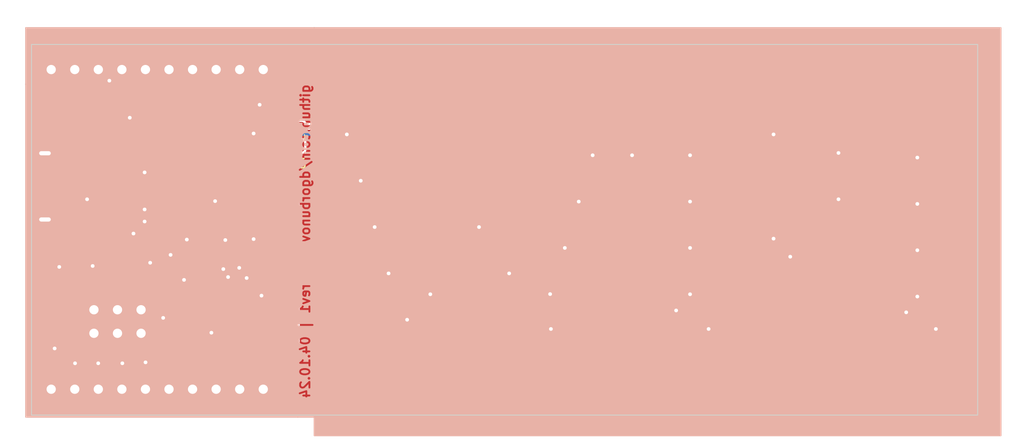
<source format=kicad_pcb>
(kicad_pcb (version 20240108) (generator "pcbnew") (generator_version "8.0")
  (title_block (title "Essentials of PCB Design Sample Board"))
  (layers (0 "F.Cu" signal) (31 "B.Cu" signal) (34 "B.Paste" user) (35 "F.Paste" user) (36 "B.SilkS" user "B.Silkscreen") (37 "F.SilkS" user "F.Silkscreen") (38 "B.Mask" user) (39 "F.Mask" user) (44 "Edge.Cuts" user))
  (net 0 "")
  (net 1 "+5V")
  (net 2 "GND")
  (net 3 "Net-(U1-XTAL1)")
  (net 4 "Net-(U1-XTAL2)")
  (net 5 "Net-(U1-UCAP)")
  (net 6 "/TXLED")
  (net 7 "Net-(D1-A)")
  (net 8 "/RXLED")
  (net 9 "Net-(D2-A)")
  (net 10 "Net-(D3-DOUT)")
  (net 11 "Net-(D3-DIN)")
  (net 12 "Net-(D4-DOUT)")
  (net 13 "Net-(D5-DOUT)")
  (net 14 "Net-(D6-DOUT)")
  (net 15 "Net-(D7-DOUT)")
  (net 16 "/MISO")
  (net 17 "/SCK")
  (net 18 "/MOSI")
  (net 19 "/RESET")
  (net 20 "Net-(J4-VBUS)")
  (net 21 "/U_D-")
  (net 22 "/U_D+")
  (net 25 "/D+")
  (net 26 "/D-")
  (net 27 "/LED_DIN")
  (net 28 "Net-(D8-DOUT)")
  (net 29 "/D9_DOUT")
  (net 30 "Net-(D10-DOUT)")
  (net 31 "Net-(D11-DOUT)")
  (net 32 "Net-(D12-DOUT)")
  (net 33 "Net-(D13-DOUT)")
  (net 34 "Net-(D14-DOUT)")
  (net 35 "Net-(D15-DOUT)")
  (net 36 "/D16_DOUT")
  (net 37 "/AREF")
  (net 38 "/A0")
  (net 39 "/A1")
  (net 40 "/A2")
  (net 41 "/A3")
  (net 42 "/A4")
  (net 43 "/A5")
  (net 45 "/D13")
  (net 46 "/D3")
  (net 47 "/D2")
  (net 48 "/D0")
  (net 49 "/D1")
  (net 50 "/D4")
  (net 51 "/D11")
  (net 53 "/D8")
  (net 54 "/D9")
  (net 55 "Net-(D17-DOUT)")
  (net 56 "Net-(D18-DOUT)")
  (net 57 "Net-(D19-DOUT)")
  (net 58 "Net-(D20-DOUT)")
  (net 59 "Net-(D21-DOUT)")
  (net 60 "Net-(D22-DOUT)")
  (net 61 "/D23_DOUT")
  (net 62 "Net-(D24-DOUT)")
  (net 63 "Net-(D25-DOUT)")
  (net 64 "Net-(D26-DOUT)")
  (net 65 "Net-(D27-DOUT)")
  (net 66 "Net-(D28-DOUT)")
  (net 69 "/D10")
  (footprint "LOGO" (layer "F.Cu") (at 125.95 162)
    (property "Reference" "G***" (hide yes))
    (property "Value" "LOGO" (hide yes))
  )
  (footprint "LED_SMD:LED_SK6812MINI_PLCC4_3.5x3.5mm_P1.75mm" (layer "F.Cu") (at 145.5 140.125 180)
    (property "Reference" "D28")
    (property "Value" "SK6812MINI")
  )
  (footprint "LED_SMD:LED_0805_2012Metric_Pad1.15x1.40mm_HandSolder" (layer "F.Cu") (at 52.07 150.9)
    (property "Reference" "D2")
    (property "Value" "RX")
  )
  (footprint "LED_SMD:LED_SK6812MINI_PLCC4_3.5x3.5mm_P1.75mm" (layer "F.Cu") (at 121 145 180)
    (property "Reference" "D18")
    (property "Value" "SK6812MINI")
  )
  (footprint "LED_SMD:LED_SK6812MINI_PLCC4_3.5x3.5mm_P1.75mm" (layer "F.Cu") (at 86.5 150 180)
    (property "Reference" "D6")
    (property "Value" "SK6812MINI")
  )
  (footprint "LED_SMD:LED_SK6812MINI_PLCC4_3.5x3.5mm_P1.75mm" (layer "F.Cu") (at 110.5 135 180)
    (property "Reference" "D15")
    (property "Value" "SK6812MINI")
  )
  (footprint "Capacitor_SMD:C_0805_2012Metric_Pad1.18x1.45mm_HandSolder" (layer "F.Cu") (at 69.342 157.099 -90)
    (property "Reference" "C3")
    (property "Value" "22pF")
  )
  (footprint "LED_SMD:LED_SK6812MINI_PLCC4_3.5x3.5mm_P1.75mm" (layer "F.Cu") (at 135 142 180)
    (property "Reference" "D23")
    (property "Value" "SK6812MINI")
  )
  (footprint "Connector_PinHeader_2.54mm:PinHeader_2x03_P2.54mm_Vertical" (layer "F.Cu") (at 59.817 153.924 -90)
    (property "Reference" "J3")
    (property "Value" "ICSP")
  )
  (footprint "Jumper:SolderJumper-2_P1.3mm_Open_TrianglePad1.0x1.5mm" (layer "F.Cu") (at 57.06 136.652)
    (property "Reference" "JP1")
    (property "Value" "Jumper_2_Open" (hide yes))
  )
  (footprint "LED_SMD:LED_SK6812MINI_PLCC4_3.5x3.5mm_P1.75mm" (layer "F.Cu") (at 128 135 180)
    (property "Reference" "D21")
    (property "Value" "SK6812MINI")
  )
  (footprint "Crystal:Crystal_SMD_5032-2Pin_5.0x3.2mm" (layer "F.Cu") (at 67.564 152.781 180)
    (property "Reference" "Y1")
    (property "Value" "16MHz")
  )
  (footprint "LED_SMD:LED_SK6812MINI_PLCC4_3.5x3.5mm_P1.75mm" (layer "F.Cu") (at 83.5 140 180)
    (property "Reference" "D4")
    (property "Value" "SK6812MINI")
  )
  (footprint "LED_SMD:LED_SK6812MINI_PLCC4_3.5x3.5mm_P1.75mm" (layer "F.Cu") (at 104 155 180)
    (property "Reference" "D11")
    (property "Value" "SK6812MINI")
  )
  (footprint "Connector_PinHeader_2.54mm:PinHeader_1x10_P2.54mm_Vertical" (layer "F.Cu") (at 50.13 128 90)
    (property "Reference" "J1")
    (property "Value" "Conn_01x10")
  )
  (footprint "LOGO" (layer "F.Cu") (at 142.15 161.8)
    (property "Reference" "G***" (hide yes))
    (property "Value" "LOGO" (hide yes))
  )
  (footprint "Capacitor_SMD:C_0805_2012Metric_Pad1.18x1.45mm_HandSolder" (layer "F.Cu") (at 65.532 157.099 -90)
    (property "Reference" "C4")
    (property "Value" "22pF")
  )
  (footprint "Capacitor_SMD:C_0805_2012Metric_Pad1.18x1.45mm_HandSolder" (layer "F.Cu") (at 57.15 143.1 180)
    (property "Reference" "C6")
    (property "Value" "1uF")
  )
  (footprint "Connector_PinHeader_2.54mm:PinHeader_1x10_P2.54mm_Vertical" (layer "F.Cu") (at 50.13 162.5 90)
    (property "Reference" "J2")
    (property "Value" "Conn_01x10")
  )
  (footprint "Resistor_SMD:R_0805_2012Metric_Pad1.20x1.40mm_HandSolder" (layer "F.Cu") (at 62.15 150.75)
    (property "Reference" "R5")
    (property "Value" "10k")
  )
  (footprint "Connector_USB:USB_Micro-B_GCT_USB3076-30-A" (layer "F.Cu") (at 50.659 140.607 -90)
    (property "Reference" "J4")
    (property "Value" "USB_B_Micro")
  )
  (footprint "LED_SMD:LED_SK6812MINI_PLCC4_3.5x3.5mm_P1.75mm" (layer "F.Cu") (at 121 135 180)
    (property "Reference" "D20")
    (property "Value" "SK6812MINI")
  )
  (footprint "Capacitor_SMD:CP_Elec_5x5.3" (layer "F.Cu") (at 52 132.8 180)
    (property "Reference" "C1")
    (property "Value" "100uF")
  )
  (footprint "LED_SMD:LED_SK6812MINI_PLCC4_3.5x3.5mm_P1.75mm" (layer "F.Cu") (at 109 140 180)
    (property "Reference" "D14")
    (property "Value" "SK6812MINI")
  )
  (footprint "Resistor_SMD:R_0805_2012Metric_Pad1.20x1.40mm_HandSolder" (layer "F.Cu") (at 76.7 135.25 90)
    (property "Reference" "R6")
    (property "Value" "470")
  )
  (footprint "LED_SMD:LED_SK6812MINI_PLCC4_3.5x3.5mm_P1.75mm" (layer "F.Cu") (at 121 150 180)
    (property "Reference" "D17")
    (property "Value" "SK6812MINI")
  )
  (footprint "Resistor_SMD:R_0805_2012Metric_Pad1.20x1.40mm_HandSolder" (layer "F.Cu") (at 57.15 141.165 180)
    (property "Reference" "R3")
    (property "Value" "22")
  )
  (footprint "Capacitor_SMD:C_0805_2012Metric_Pad1.18x1.45mm_HandSolder" (layer "F.Cu") (at 62.75 134 180)
    (property "Reference" "C2")
    (property "Value" "1uF")
  )
  (footprint "LED_SMD:LED_SK6812MINI_PLCC4_3.5x3.5mm_P1.75mm" (layer "F.Cu") (at 88.5 155 180)
    (property "Reference" "D7")
    (property "Value" "SK6812MINI")
  )
  (footprint "LED_SMD:LED_SK6812MINI_PLCC4_3.5x3.5mm_P1.75mm" (layer "F.Cu") (at 128 146.125 180)
    (property "Reference" "D24")
    (property "Value" "SK6812MINI")
  )
  (footprint "Resistor_SMD:R_0805_2012Metric_Pad1.20x1.40mm_HandSolder" (layer "F.Cu") (at 56.007 150.9)
    (property "Reference" "R2")
    (property "Value" "100")
  )
  (footprint "LED_SMD:LED_SK6812MINI_PLCC4_3.5x3.5mm_P1.75mm" (layer "F.Cu") (at 135 137 180)
    (property "Reference" "D22")
    (property "Value" "SK6812MINI")
  )
  (footprint "LED_SMD:LED_SK6812MINI_PLCC4_3.5x3.5mm_P1.75mm" (layer "F.Cu") (at 96.25 145 180)
    (property "Reference" "D9")
    (property "Value" "SK6812MINI")
  )
  (footprint "LED_SMD:LED_SK6812MINI_PLCC4_3.5x3.5mm_P1.75mm" (layer "F.Cu") (at 121 155 180)
    (property "Reference" "D16")
    (property "Value" "SK6812MINI")
  )
  (footprint "LED_SMD:LED_SK6812MINI_PLCC4_3.5x3.5mm_P1.75mm" (layer "F.Cu") (at 145.5 150.125 180)
    (property "Reference" "D26")
    (property "Value" "SK6812MINI")
  )
  (footprint "LED_SMD:LED_SK6812MINI_PLCC4_3.5x3.5mm_P1.75mm" (layer "F.Cu") (at 145.5 135.125 180)
    (property "Reference" "D29")
    (property "Value" "SK6812MINI")
  )
  (footprint "LED_SMD:LED_SK6812MINI_PLCC4_3.5x3.5mm_P1.75mm" (layer "F.Cu") (at 93 150 180)
    (property "Reference" "D8")
    (property "Value" "SK6812MINI")
  )
  (footprint "Resistor_SMD:R_0805_2012Metric_Pad1.20x1.40mm_HandSolder" (layer "F.Cu") (at 57.15 139.26 180)
    (property "Reference" "R4")
    (property "Value" "22")
  )
  (footprint "LED_SMD:LED_SK6812MINI_PLCC4_3.5x3.5mm_P1.75mm" (layer "F.Cu") (at 106 150 180)
    (property "Reference" "D12")
    (property "Value" "SK6812MINI")
  )
  (footprint "Capacitor_SMD:C_0805_2012Metric_Pad1.18x1.45mm_HandSolder" (layer "F.Cu") (at 62.75 131.75 180)
    (property "Reference" "C5")
    (property "Value" "0.1uF")
  )
  (footprint "LED_SMD:LED_SK6812MINI_PLCC4_3.5x3.5mm_P1.75mm" (layer "F.Cu") (at 82 135 180)
    (property "Reference" "D3")
    (property "Value" "SK6812MINI")
  )
  (footprint "LED_SMD:LED_SK6812MINI_PLCC4_3.5x3.5mm_P1.75mm" (layer "F.Cu") (at 99.5 150 180)
    (property "Reference" "D10")
    (property "Value" "SK6812MINI")
  )
  (footprint "Resistor_SMD:R_0805_2012Metric_Pad1.20x1.40mm_HandSolder" (layer "F.Cu") (at 56 147.6)
    (property "Reference" "R1")
    (property "Value" "100")
  )
  (footprint "Package_QFP:TQFP-44_10x10mm_P0.8mm" (layer "F.Cu") (at 67.96 142.24)
    (property "Reference" "U1")
    (property "Value" "ATmega32U4-A")
  )
  (footprint "LED_SMD:LED_SK6812MINI_PLCC4_3.5x3.5mm_P1.75mm" (layer "F.Cu") (at 85 145 180)
    (property "Reference" "D5")
    (property "Value" "SK6812MINI")
  )
  (footprint "LED_SMD:LED_0805_2012Metric_Pad1.15x1.40mm_HandSolder" (layer "F.Cu") (at 52.1 147.6)
    (property "Reference" "D1")
    (property "Value" "TX")
  )
  (footprint "LED_SMD:LED_SK6812MINI_PLCC4_3.5x3.5mm_P1.75mm" (layer "F.Cu") (at 107.5 145 180)
    (property "Reference" "D13")
    (property "Value" "SK6812MINI")
  )
  (footprint "LED_SMD:LED_SK6812MINI_PLCC4_3.5x3.5mm_P1.75mm" (layer "F.Cu") (at 145.5 145.125 180)
    (property "Reference" "D27")
    (property "Value" "SK6812MINI")
  )
  (footprint "LED_SMD:LED_SK6812MINI_PLCC4_3.5x3.5mm_P1.75mm" (layer "F.Cu") (at 121 140 180)
    (property "Reference" "D19")
    (property "Value" "SK6812MINI")
  )
  (footprint "LED_SMD:LED_SK6812MINI_PLCC4_3.5x3.5mm_P1.75mm" (layer "F.Cu") (at 145.5 155.125 180)
    (property "Reference" "D25")
    (property "Value" "SK6812MINI")
  )
  (gr_rect (start 76.6 146.6) (end 78.5 151.2) (stroke (width 0.15)) (fill solid) (layer "B.SilkS"))
  (gr_rect (start 47.4 129.6) (end 76.7 165.5) (stroke (width 0.15)) (fill solid) (layer "B.SilkS"))
  (gr_rect (start 47.4 123.5) (end 78.5 129.6) (stroke (width 0.15)) (fill solid) (layer "B.SilkS"))
  (gr_rect (start 78.5 123.5) (end 152.5 167.5) (stroke (width 0.15)) (fill solid) (layer "B.SilkS"))
  (gr_rect (start 76.7 163.45) (end 78.5 165.5) (stroke (width 0.15)) (fill solid) (layer "B.SilkS"))
  (gr_rect (start 48.006 125.292) (end 150.006 165.292) (stroke (width 0.1)) (fill none) (layer "Edge.Cuts"))
  (gr_text "rev1 | 04.10.24" (at 78.1 151 90) (layer "B.SilkS" knockout) (effects (font (size 1 1) (thickness 0.2) (bold yes)) (justify left bottom mirror)))
  (gr_text "github.com/dgorbunov" (at 78.1 129.5 90) (layer "B.SilkS" knockout) (effects (font (size 1 1) (thickness 0.2) (bold yes)) (justify left bottom mirror)))
  (gr_text "." (at 59.45 152.25 0) (layer "F.SilkS") (effects (font (size 1.5 1.5) (thickness 0.375) (bold yes)) (justify left bottom)))
  (gr_text "8" (at 67.5 165.25 0) (layer "F.SilkS") (effects (font (size 0.9 0.9)) (justify left bottom)))
  (gr_text "1" (at 57.4 165.25 0) (layer "F.SilkS") (effects (font (size 0.9 0.9)) (justify left bottom)))
  (gr_text "13" (at 72.15 126.6 0) (layer "F.SilkS") (effects (font (size 0.9 0.9)) (justify left bottom)))
  (gr_text "ICSP" (at 49.9 155.9 0) (layer "F.SilkS") (effects (font (size 1 1)) (justify left bottom)))
  (gr_text "A3" (at 62 126.6 0) (layer "F.SilkS") (effects (font (size 0.9 0.9)) (justify left bottom)))
  (gr_text "A2" (at 64.6 126.6 0) (layer "F.SilkS") (effects (font (size 0.9 0.9)) (justify left bottom)))
  (gr_text "9" (at 70 165.25 0) (layer "F.SilkS") (effects (font (size 0.9 0.9)) (justify left bottom)))
  (gr_text "A5" (at 56.95 126.6 0) (layer "F.SilkS") (effects (font (size 0.9 0.9)) (justify left bottom)))
  (gr_text "JLCJLCJLCJLC" (at 122.65 164.65 0) (layer "F.SilkS") (effects (font (size 0.8 0.8)) (justify left bottom)))
  (gr_text "AR" (at 51.9 126.6 0) (layer "F.SilkS") (effects (font (size 0.9 0.9)) (justify left bottom)))
  (gr_text "3" (at 52.2 165.25 0) (layer "F.SilkS") (effects (font (size 0.9 0.9)) (justify left bottom)))
  (gr_text "4" (at 64.9 165.25 0) (layer "F.SilkS") (effects (font (size 0.9 0.9)) (justify left bottom)))
  (gr_text "5V" (at 49.2 126.6 0) (layer "F.SilkS") (effects (font (size 0.9 0.9)) (justify left bottom)))
  (gr_text "A0" (at 69.7 126.6 0) (layer "F.SilkS") (effects (font (size 0.9 0.9)) (justify left bottom)))
  (gr_text "G" (at 54.75 126.6 0) (layer "F.SilkS") (effects (font (size 0.9 0.9)) (justify left bottom)))
  (gr_text "A4" (at 59.45 126.6 0) (layer "F.SilkS") (effects (font (size 0.9 0.9)) (justify left bottom)))
  (gr_text "A1" (at 67.2 126.6 0) (layer "F.SilkS") (effects (font (size 0.9 0.9)) (justify left bottom)))
  (gr_text "G" (at 49.6 165.25 0) (layer "F.SilkS") (effects (font (size 0.9 0.9)) (justify left bottom)))
  (gr_text "10" (at 72.2 165.25 0) (layer "F.SilkS") (effects (font (size 0.9 0.9)) (justify left bottom)))
  (gr_text "RX" (at 48.1 151.5 0) (layer "F.SilkS") (effects (font (size 1 1)) (justify left bottom)))
  (gr_text "TX" (at 48.3 148.6 0) (layer "F.SilkS") (effects (font (size 1 1)) (justify left bottom)))
  (gr_text "0" (at 59.9 165.25 0) (layer "F.SilkS") (effects (font (size 0.9 0.9)) (justify left bottom)))
  (gr_text "2" (at 54.8 165.25 0) (layer "F.SilkS") (effects (font (size 0.9 0.9)) (justify left bottom)))
  (gr_text "11" (at 62.05 165.25 0) (layer "F.SilkS") (effects (font (size 0.9 0.9)) (justify left bottom)))
  (segment (start 105.75 145.875) (end 105.75 147) (width 0.25) (layer "F.Cu") (net 1))
  (segment (start 62.55 149.35) (end 65.175 149.35) (width 0.4) (layer "F.Cu") (net 1))
  (segment (start 107.25 142) (end 107 142.25) (width 0.25) (layer "F.Cu") (net 1))
  (segment (start 62.8875 135.7875) (end 63.64 136.54) (width 0.4) (layer "F.Cu") (net 1))
  (segment (start 133.25 137.875) (end 134.125 137.875) (width 0.25) (layer "F.Cu") (net 1))
  (segment (start 143.75 156) (end 145.5 156) (width 0.25) (layer "F.Cu") (net 1))
  (segment (start 91.25 152) (end 91 152.25) (width 0.25) (layer "F.Cu") (net 1))
  (segment (start 60.1 143.1) (end 57 146.2) (width 0.4) (layer "F.Cu") (net 1))
  (segment (start 63.7875 134.9125) (end 63.7875 134) (width 0.4) (layer "F.Cu") (net 1))
  (segment (start 62.8875 135.7875) (end 62.9125 135.7875) (width 0.4) (layer "F.Cu") (net 1))
  (segment (start 82 135) (end 81.125 135) (width 0.25) (layer "F.Cu") (net 1))
  (segment (start 60.2 139.067) (end 60.2 139.1) (width 0.4) (layer "F.Cu") (net 1))
  (segment (start 104.25 151.897483) (end 104.25 150.875) (width 0.25) (layer "F.Cu") (net 1))
  (segment (start 57.785 136.085) (end 54.2 132.5) (width 0.5) (layer "F.Cu") (net 1))
  (segment (start 87.625 155) (end 88.5 155) (width 0.25) (layer "F.Cu") (net 1))
  (segment (start 61.15 150.75) (end 62.55 149.35) (width 0.4) (layer "F.Cu") (net 1))
  (segment (start 65.56 146.79) (end 66.075 146.275) (width 0.4) (layer "F.Cu") (net 1))
  (segment (start 63.64 136.54) (end 63.96 136.54) (width 0.4) (layer "F.Cu") (net 1))
  (segment (start 66.91 145.44) (end 73.66 145.44) (width 0.4) (layer "F.Cu") (net 1))
  (segment (start 119.25 140.875) (end 119.25 142) (width 0.25) (layer "F.Cu") (net 1))
  (segment (start 62.22 143) (end 62.26 143.04) (width 0.4) (layer "F.Cu") (net 1))
  (segment (start 57 150.742) (end 57.007 150.749) (width 0.4) (layer "F.Cu") (net 1))
  (segment (start 143.75 147.25) (end 143.5 147.5) (width 0.25) (layer "F.Cu") (net 1))
  (segment (start 143.75 137.25) (end 143.5 137.5) (width 0.25) (layer "F.Cu") (net 1))
  (segment (start 62.9125 135.7875) (end 63.7875 134.9125) (width 0.4) (layer "F.Cu") (net 1))
  (segment (start 98.625 150) (end 99.5 150) (width 0.25) (layer "F.Cu") (net 1))
  (segment (start 134.125 142.875) (end 135 142) (width 0.25) (layer "F.Cu") (net 1))
  (segment (start 63.41 143.04) (end 66.075 145.705) (width 0.4) (layer "F.Cu") (net 1))
  (segment (start 97.75 150.875) (end 98.625 150) (width 0.25) (layer "F.Cu") (net 1))
  (segment (start 82.625 140) (end 81.75 140.875) (width 0.25) (layer "F.Cu") (net 1))
  (segment (start 143.75 146) (end 143.75 147.25) (width 0.25) (layer "F.Cu") (net 1))
  (segment (start 119.25 137) (end 119 137.25) (width 0.25) (layer "F.Cu") (net 1))
  (segment (start 65.56 147.94) (end 65.56 146.79) (width 0.4) (layer "F.Cu") (net 1))
  (segment (start 119.25 145.875) (end 119.25 147) (width 0.25) (layer "F.Cu") (net 1))
  (segment (start 60.2 138.475) (end 62.8875 135.7875) (width 0.4) (layer "F.Cu") (net 1))
  (segment (start 62.26 139.04) (end 60.24 139.04) (width 0.4) (layer "F.Cu") (net 1))
  (segment (start 108.75 135.875) (end 108.75 137) (width 0.25) (layer "F.Cu") (net 1))
  (segment (start 66.075 146.275) (end 66.91 145.44) (width 0.4) (layer "F.Cu") (net 1))
  (segment (start 143.75 142.25) (end 143.5 142.5) (width 0.25) (layer "F.Cu") (net 1))
  (segment (start 119.25 147) (end 119 147.25) (width 0.25) (layer "F.Cu") (net 1))
  (segment (start 60.2 139.1) (end 60.233 139.1) (width 0.4) (layer "F.Cu") (net 1))
  (segment (start 71.96 136.54) (end 71.867 136.54) (width 0.4) (layer "F.Cu") (net 1))
  (segment (start 103.875 155.875) (end 102.25 155.875) (width 0.25) (layer "F.Cu") (net 1))
  (segment (start 143.75 141) (end 143.75 142.25) (width 0.25) (layer "F.Cu") (net 1))
  (segment (start 85.75 150) (end 86.5 150) (width 0.25) (layer "F.Cu") (net 1))
  (segment (start 94.5 145.875) (end 95.375 145) (width 0.25) (layer "F.Cu") (net 1))
  (segment (start 119.25 152) (end 119 152.25) (width 0.25) (layer "F.Cu") (net 1))
  (segment (start 61.15 155.131) (end 59.817 156.464) (width 0.4) (layer "F.Cu") (net 1))
  (segment (start 103.914569 152.232914) (end 104.25 151.897483) (width 0.25) (layer "F.Cu") (net 1))
  (segment (start 84.125 145) (end 85 145) (width 0.25) (layer "F.Cu") (net 1))
  (segment (start 54.2 132.5) (end 50.13 128.43) (width 0.5) (layer "F.Cu") (net 1))
  (segment (start 120.875 155.875) (end 121 156) (width 0.25) (layer "F.Cu") (net 1))
  (segment (start 81.125 135) (end 80.25 135.875) (width 0.25) (layer "F.Cu") (net 1))
  (segment (start 60.24 139.04) (end 60.2 139) (width 0.4) (layer "F.Cu") (net 1))
  (segment (start 50.13 128.43) (end 50.13 127.5) (width 0.5) (layer "F.Cu") (net 1))
  (segment (start 126.25 135.875) (end 127.125 135.875) (width 0.25) (layer "F.Cu") (net 1))
  (segment (start 63.7875 134) (end 63.96 134.1725) (width 0.25) (layer "F.Cu") (net 1))
  (segment (start 60.2 143) (end 60.2 143) (width 0.4) (layer "F.Cu") (net 1))
  (segment (start 126.25 147) (end 127.25 147) (width 0.25) (layer "F.Cu") (net 1))
  (segment (start 108.75 137) (end 108.5 137.25) (width 0.25) (layer "F.Cu") (net 1))
  (segment (start 61.15 150.75) (end 61.15 155.131) (width 0.4) (layer "F.Cu") (net 1))
  (segment (start 57.785 136.652) (end 60.2 139.067) (width 0.5) (layer "F.Cu") (net 1))
  (segment (start 84.75 150.875) (end 84.875 150.875) (width 0.25) (layer "F.Cu") (net 1))
  (segment (start 65.56 148.965) (end 65.56 147.94) (width 0.4) (layer "F.Cu") (net 1))
  (segment (start 107.25 140.875) (end 107.25 142) (width 0.25) (layer "F.Cu") (net 1))
  (segment (start 119.25 135.875) (end 119.25 137) (width 0.25) (layer "F.Cu") (net 1))
  (segment (start 105.75 147) (end 105.5 147.25) (width 0.25) (layer "F.Cu") (net 1))
  (segment (start 57 147.9) (end 57 150.742) (width 0.4) (layer "F.Cu") (net 1))
  (segment (start 60.233 139.1) (end 60.173 139.04) (width 0.4) (layer "F.Cu") (net 1))
  (segment (start 57 146.2) (end 57 147.9) (width 0.4) (layer "F.Cu") (net 1))
  (segment (start 83.25 145.875) (end 84.125 145) (width 0.25) (layer "F.Cu") (net 1))
  (segment (start 60.2 143) (end 62.22 143) (width 0.4) (layer "F.Cu") (net 1))
  (segment (start 133.25 142.875) (end 134.125 142.875) (width 0.25) (layer "F.Cu") (net 1))
  (segment (start 127.25 147) (end 128 146.25) (width 0.25) (layer "F.Cu") (net 1))
  (segment (start 134.125 137.875) (end 135 137) (width 0.25) (layer "F.Cu") (net 1))
  (segment (start 119.25 150.875) (end 119.25 152) (width 0.25) (layer "F.Cu") (net 1))
  (segment (start 84.875 150.875) (end 85.75 150) (width 0.25) (layer "F.Cu") (net 1))
  (segment (start 91.25 150.875) (end 91.25 152) (width 0.25) (layer "F.Cu") (net 1))
  (segment (start 66.075 145.705) (end 66.075 146.275) (width 0.4) (layer "F.Cu") (net 1))
  (segment (start 119.25 142) (end 119 142.25) (width 0.25) (layer "F.Cu") (net 1))
  (segment (start 119.25 155.875) (end 120.875 155.875) (width 0.25) (layer "F.Cu") (net 1))
  (segment (start 60.2 143) (end 60.2 143.1) (width 0.4) (layer "F.Cu") (net 1))
  (segment (start 86.75 155.875) (end 87.625 155) (width 0.25) (layer "F.Cu") (net 1))
  (segment (start 71.95 134.9) (end 71.95 136.53) (width 0.4) (layer "F.Cu") (net 1))
  (segment (start 60.2 143.1) (end 60.1 143.1) (width 0.4) (layer "F.Cu") (net 1))
  (segment (start 104 156) (end 103.875 155.875) (width 0.25) (layer "F.Cu") (net 1))
  (segment (start 60.2 139) (end 60.2 138.475) (width 0.4) (layer "F.Cu") (net 1))
  (segment (start 65.175 149.35) (end 65.56 148.965) (width 0.4) (layer "F.Cu") (net 1))
  (segment (start 127.125 135.875) (end 128 135) (width 0.25) (layer "F.Cu") (net 1))
  (segment (start 57.785 136.652) (end 57.785 136.085) (width 0.5) (layer "F.Cu") (net 1))
  (segment (start 60.173 139.04) (end 60.2 139) (width 0.4) (layer "F.Cu") (net 1))
  (segment (start 143.75 151) (end 143.75 152.25) (width 0.25) (layer "F.Cu") (net 1))
  (segment (start 62.26 143.04) (end 63.41 143.04) (width 0.4) (layer "F.Cu") (net 1))
  (segment (start 83.5 140) (end 82.625 140) (width 0.25) (layer "F.Cu") (net 1))
  (segment (start 143.75 136) (end 143.75 137.25) (width 0.25) (layer "F.Cu") (net 1))
  (segment (start 95.375 145) (end 96.25 145) (width 0.25) (layer "F.Cu") (net 1))
  (segment (start 71.95 136.53) (end 71.96 136.54) (width 0.4) (layer "F.Cu") (net 1))
  (segment (start 143.75 152.25) (end 143.5 152.5) (width 0.25) (layer "F.Cu") (net 1))
  (via (at 145.5 156) (size 0.8) (drill 0.4) (layers "F.Cu" "B.Cu") (net 1))
  (via (at 88.5 155) (size 0.8) (drill 0.4) (layers "F.Cu" "B.Cu") (net 1))
  (via (at 135 142) (size 0.8) (drill 0.4) (layers "F.Cu" "B.Cu") (net 1))
  (via (at 128 135) (size 0.8) (drill 0.4) (layers "F.Cu" "B.Cu") (net 1))
  (via (at 143.5 152.5) (size 0.8) (drill 0.4) (layers "F.Cu" "B.Cu") (net 1))
  (via (at 143.5 137.5) (size 0.8) (drill 0.4) (layers "F.Cu" "B.Cu") (net 1))
  (via (at 60.2 143.1) (size 0.8) (drill 0.4) (layers "F.Cu" "B.Cu") (net 1))
  (via (at 96.25 145) (size 0.8) (drill 0.4) (layers "F.Cu" "B.Cu") (net 1))
  (via (at 91 152.25) (size 0.8) (drill 0.4) (layers "F.Cu" "B.Cu") (net 1))
  (via (at 108.5 137.25) (size 0.8) (drill 0.4) (layers "F.Cu" "B.Cu") (net 1))
  (via (at 104 156) (size 0.8) (drill 0.4) (layers "F.Cu" "B.Cu") (net 1))
  (via (at 105.5 147.25) (size 0.8) (drill 0.4) (layers "F.Cu" "B.Cu") (net 1))
  (via (at 135 137) (size 0.8) (drill 0.4) (layers "F.Cu" "B.Cu") (net 1))
  (via (at 128 146.25) (size 0.8) (drill 0.4) (layers "F.Cu" "B.Cu") (net 1))
  (via (at 143.5 147.5) (size 0.8) (drill 0.4) (layers "F.Cu" "B.Cu") (net 1))
  (via (at 119 147.25) (size 0.8) (drill 0.4) (layers "F.Cu" "B.Cu") (net 1))
  (via (at 119 137.25) (size 0.8) (drill 0.4) (layers "F.Cu" "B.Cu") (net 1))
  (via (at 82 135) (size 0.8) (drill 0.4) (layers "F.Cu" "B.Cu") (net 1))
  (via (at 107 142.25) (size 0.8) (drill 0.4) (layers "F.Cu" "B.Cu") (net 1))
  (via (at 119 152.25) (size 0.8) (drill 0.4) (layers "F.Cu" "B.Cu") (net 1))
  (via (at 83.5 140) (size 0.8) (drill 0.4) (layers "F.Cu" "B.Cu") (net 1))
  (via (at 86.5 150) (size 0.8) (drill 0.4) (layers "F.Cu" "B.Cu") (net 1))
  (via (at 71.95 134.9) (size 0.8) (drill 0.4) (layers "F.Cu" "B.Cu") (net 1))
  (via (at 103.914569 152.232914) (size 0.8) (drill 0.4) (layers "F.Cu" "B.Cu") (net 1))
  (via (at 99.5 150) (size 0.8) (drill 0.4) (layers "F.Cu" "B.Cu") (net 1))
  (via (at 143.5 142.5) (size 0.8) (drill 0.4) (layers "F.Cu" "B.Cu") (net 1))
  (via (at 119 142.25) (size 0.8) (drill 0.4) (layers "F.Cu" "B.Cu") (net 1))
  (via (at 121 156) (size 0.8) (drill 0.4) (layers "F.Cu" "B.Cu") (net 1))
  (via (at 60.2 139.1) (size 0.8) (drill 0.4) (layers "F.Cu" "B.Cu") (net 1))
  (via (at 85 145) (size 0.8) (drill 0.4) (layers "F.Cu" "B.Cu") (net 1))
  (segment (start 60.2 139.1) (end 60.2 143.1) (width 0.5) (layer "B.Cu") (net 1))
  (segment (start 67.85 139) (end 60.2 139) (width 0.5) (layer "B.Cu") (net 1))
  (segment (start 71.95 134.9) (end 81.9 134.9) (width 0.5) (layer "B.Cu") (net 1))
  (segment (start 71.95 134.9) (end 67.85 139) (width 0.5) (layer "B.Cu") (net 1))
  (segment (start 81.9 134.9) (end 82 135) (width 0.4) (layer "B.Cu") (net 1))
  (via (at 58.6 133.2) (size 0.8) (drill 0.4) (layers "F.Cu" "B.Cu") (net 2))
  (via (at 60.8 148.85) (size 0.8) (drill 0.4) (layers "F.Cu" "B.Cu") (net 2))
  (via (at 67.4 156.4) (size 0.8) (drill 0.4) (layers "F.Cu" "B.Cu") (net 2))
  (via (at 59 145.7) (size 0.8) (drill 0.4) (layers "F.Cu" "B.Cu") (net 2))
  (via (at 54 142) (size 0.8) (drill 0.4) (layers "F.Cu" "B.Cu") (net 2))
  (via (at 67.8 142.2) (size 0.8) (drill 0.4) (layers "F.Cu" "B.Cu") (net 2))
  (via (at 72.8 152.4) (size 0.8) (drill 0.4) (layers "F.Cu" "B.Cu") (net 2))
  (via (at 56.4 129.2) (size 0.8) (drill 0.4) (layers "F.Cu" "B.Cu") (net 2))
  (via (at 72.6 131.8) (size 0.8) (drill 0.4) (layers "F.Cu" "B.Cu") (net 2))
  (via (at 50.5 158.1) (size 0.8) (drill 0.4) (layers "F.Cu" "B.Cu") (net 2))
  (via (at 68.9 146.4) (size 0.8) (drill 0.4) (layers "F.Cu" "B.Cu") (net 2))
  (segment (start 69.414 155.9895) (end 69.342 156.0615) (width 0.25) (layer "F.Cu") (net 3))
  (segment (start 67.96 151.327) (end 69.414 152.781) (width 0.25) (layer "F.Cu") (net 3))
  (segment (start 67.96 147.94) (end 67.96 151.327) (width 0.25) (layer "F.Cu") (net 3))
  (segment (start 69.414 152.781) (end 69.414 155.9895) (width 0.25) (layer "F.Cu") (net 3))
  (segment (start 65.714 152.781) (end 65.714 155.8795) (width 0.25) (layer "F.Cu") (net 4))
  (segment (start 65.714 155.8795) (end 65.532 156.0615) (width 0.25) (layer "F.Cu") (net 4))
  (segment (start 67.16 147.94) (end 67.16 151.335) (width 0.25) (layer "F.Cu") (net 4))
  (segment (start 67.16 151.335) (end 65.714 152.781) (width 0.25) (layer "F.Cu") (net 4))
  (segment (start 58.1875 143.1) (end 59.0475 142.24) (width 0.25) (layer "F.Cu") (net 5))
  (segment (start 59.0475 142.24) (end 62.26 142.24) (width 0.25) (layer "F.Cu") (net 5))
  (segment (start 71.96 147.94) (end 71.96 146.31) (width 0.25) (layer "F.Cu") (net 6))
  (segment (start 54.6 149.2) (end 52.345 149.2) (width 0.25) (layer "F.Cu") (net 6))
  (segment (start 52.345 149.2) (end 51.045 147.9) (width 0.25) (layer "F.Cu") (net 6))
  (segment (start 71.96 146.31) (end 71.95 146.3) (width 0.25) (layer "F.Cu") (net 6))
  (via (at 54.6 149.2) (size 0.8) (drill 0.4) (layers "F.Cu" "B.Cu") (net 6))
  (via (at 71.95 146.3) (size 0.8) (drill 0.4) (layers "F.Cu" "B.Cu") (net 6))
  (segment (start 62.375 145.625) (end 71.275 145.625) (width 0.25) (layer "B.Cu") (net 6))
  (segment (start 71.275 145.625) (end 71.95 146.3) (width 0.25) (layer "B.Cu") (net 6))
  (segment (start 54.6 149.2) (end 58.8 149.2) (width 0.25) (layer "B.Cu") (net 6))
  (segment (start 58.8 149.2) (end 62.375 145.625) (width 0.25) (layer "B.Cu") (net 6))
  (segment (start 53.125 147.6) (end 55 147.6) (width 0.25) (layer "F.Cu") (net 7))
  (segment (start 60.76 143.84) (end 60.2 144.4) (width 0.25) (layer "F.Cu") (net 8))
  (segment (start 51 149.3) (end 51 150.704) (width 0.25) (layer "F.Cu") (net 8))
  (segment (start 62.26 143.84) (end 60.76 143.84) (width 0.25) (layer "F.Cu") (net 8))
  (segment (start 51 150.704) (end 51.045 150.749) (width 0.25) (layer "F.Cu") (net 8))
  (via (at 60.2 144.4) (size 0.8) (drill 0.4) (layers "F.Cu" "B.Cu") (net 8))
  (via (at 51 149.3) (size 0.8) (drill 0.4) (layers "F.Cu" "B.Cu") (net 8))
  (segment (start 55.9 144.4) (end 51 149.3) (width 0.25) (layer "B.Cu") (net 8))
  (segment (start 60.2 144.4) (end 55.9 144.4) (width 0.25) (layer "B.Cu") (net 8))
  (segment (start 55.007 150.749) (end 53.095 150.749) (width 0.25) (layer "F.Cu") (net 9))
  (segment (start 83.75 137.125) (end 81.75 139.125) (width 0.25) (layer "F.Cu") (net 10))
  (segment (start 83.75 135.875) (end 83.75 137.125) (width 0.25) (layer "F.Cu") (net 10))
  (segment (start 76.825 134.125) (end 76.7 134.25) (width 0.25) (layer "F.Cu") (net 11))
  (segment (start 80.25 134.125) (end 76.825 134.125) (width 0.25) (layer "F.Cu") (net 11))
  (segment (start 85.25 142.125) (end 83.25 144.125) (width 0.25) (layer "F.Cu") (net 12))
  (segment (start 85.25 140.875) (end 85.25 142.125) (width 0.25) (layer "F.Cu") (net 12))
  (segment (start 86.75 145.875) (end 86.75 147.125) (width 0.25) (layer "F.Cu") (net 13))
  (segment (start 86.75 147.125) (end 84.75 149.125) (width 0.25) (layer "F.Cu") (net 13))
  (segment (start 88.25 150.875) (end 88.25 152.625) (width 0.25) (layer "F.Cu") (net 14))
  (segment (start 88.25 152.625) (end 86.75 154.125) (width 0.25) (layer "F.Cu") (net 14))
  (segment (start 92.375 153.75) (end 92.375 150.25) (width 0.25) (layer "F.Cu") (net 15))
  (segment (start 90.25 155.875) (end 92.375 153.75) (width 0.25) (layer "F.Cu") (net 15))
  (segment (start 92.375 150.25) (end 91.25 149.125) (width 0.25) (layer "F.Cu") (net 15))
  (segment (start 59.817 148.683) (end 62.26 146.24) (width 0.25) (layer "F.Cu") (net 16))
  (segment (start 59.817 153.924) (end 59.817 148.683) (width 0.25) (layer "F.Cu") (net 16))
  (segment (start 58.127 153.074) (end 58.127 147.898) (width 0.25) (layer "F.Cu") (net 17))
  (segment (start 58.127 147.898) (end 61.385 144.64) (width 0.25) (layer "F.Cu") (net 17))
  (segment (start 57.277 153.924) (end 58.127 153.074) (width 0.25) (layer "F.Cu") (net 17))
  (segment (start 61.385 144.64) (end 62.26 144.64) (width 0.25) (layer "F.Cu") (net 17))
  (segment (start 58.642 155.099) (end 57.277 156.464) (width 0.25) (layer "F.Cu") (net 18))
  (segment (start 62.26 145.44) (end 61.26 145.44) (width 0.25) (layer "F.Cu") (net 18))
  (segment (start 61.26 145.44) (end 58.642 148.058) (width 0.25) (layer "F.Cu") (net 18))
  (segment (start 58.642 148.058) (end 58.642 155.099) (width 0.25) (layer "F.Cu") (net 18))
  (segment (start 64.76 147.94) (end 64.76 146.36) (width 0.25) (layer "F.Cu") (net 19))
  (segment (start 63.2 150.7) (end 63.15 150.75) (width 0.25) (layer "F.Cu") (net 19))
  (segment (start 64.45 150.7) (end 63.2 150.7) (width 0.25) (layer "F.Cu") (net 19))
  (segment (start 64.76 146.36) (end 64.75 146.35) (width 0.25) (layer "F.Cu") (net 19))
  (via (at 64.75 146.35) (size 0.8) (drill 0.4) (layers "F.Cu" "B.Cu") (net 19))
  (via (at 64.45 150.7) (size 0.8) (drill 0.4) (layers "F.Cu" "B.Cu") (net 19))
  (segment (start 64.45 150.65) (end 64.45 150.7) (width 0.25) (layer "B.Cu") (net 19))
  (segment (start 54.737 153.924) (end 55.912 152.749) (width 0.25) (layer "B.Cu") (net 19))
  (segment (start 55.912 152.749) (end 58.351 152.749) (width 0.25) (layer "B.Cu") (net 19))
  (segment (start 61.8 146.836396) (end 61.8 148) (width 0.25) (layer "B.Cu") (net 19))
  (segment (start 61.8 148) (end 62.45 148.65) (width 0.25) (layer "B.Cu") (net 19))
  (segment (start 58.351 152.749) (end 62.45 148.65) (width 0.25) (layer "B.Cu") (net 19))
  (segment (start 62.45 148.65) (end 64.45 150.65) (width 0.25) (layer "B.Cu") (net 19))
  (segment (start 64.475 146.075) (end 62.561396 146.075) (width 0.25) (layer "B.Cu") (net 19))
  (segment (start 64.75 146.35) (end 64.475 146.075) (width 0.25) (layer "B.Cu") (net 19))
  (segment (start 62.561396 146.075) (end 61.8 146.836396) (width 0.25) (layer "B.Cu") (net 19))
  (segment (start 53.68 139.307) (end 56.335 136.652) (width 0.4) (layer "F.Cu") (net 20))
  (segment (start 52.109 139.307) (end 53.68 139.307) (width 0.4) (layer "F.Cu") (net 20))
  (segment (start 52.109 139.957) (end 55.453 139.957) (width 0.2) (layer "F.Cu") (net 21))
  (segment (start 55.453 139.957) (end 56.15 139.26) (width 0.2) (layer "F.Cu") (net 21))
  (segment (start 55.592 140.607) (end 56.15 141.165) (width 0.2) (layer "F.Cu") (net 22))
  (segment (start 52.109 140.607) (end 55.592 140.607) (width 0.2) (layer "F.Cu") (net 22))
  (segment (start 58.15 141.165) (end 58.675 140.64) (width 0.2) (layer "F.Cu") (net 25))
  (segment (start 58.675 140.64) (end 62.26 140.64) (width 0.2) (layer "F.Cu") (net 25))
  (segment (start 58.73 139.84) (end 58.15 139.26) (width 0.2) (layer "F.Cu") (net 26))
  (segment (start 62.26 139.84) (end 58.73 139.84) (width 0.2) (layer "F.Cu") (net 26))
  (segment (start 74.66 139.84) (end 76.7 137.8) (width 0.25) (layer "F.Cu") (net 27))
  (segment (start 73.66 139.84) (end 74.66 139.84) (width 0.25) (layer "F.Cu") (net 27))
  (segment (start 76.7 137.8) (end 76.7 136.25) (width 0.25) (layer "F.Cu") (net 27))
  (segment (start 93.375 149.5) (end 93.375 145.25) (width 0.25) (layer "F.Cu") (net 28))
  (segment (start 94.75 150.875) (end 93.375 149.5) (width 0.25) (layer "F.Cu") (net 28))
  (segment (start 93.375 145.25) (end 94.5 144.125) (width 0.25) (layer "F.Cu") (net 28))
  (segment (start 98 148.875) (end 97.75 149.125) (width 0.25) (layer "F.Cu") (net 29))
  (segment (start 98 145.875) (end 98 148.875) (width 0.25) (layer "F.Cu") (net 29))
  (segment (start 101.25 150.875) (end 101.25 153.125) (width 0.25) (layer "F.Cu") (net 30))
  (segment (start 101.25 153.125) (end 102.25 154.125) (width 0.25) (layer "F.Cu") (net 30))
  (segment (start 105.5 152) (end 105.5 150.375) (width 0.25) (layer "F.Cu") (net 31))
  (segment (start 104.625 152.875) (end 105.5 152) (width 0.25) (layer "F.Cu") (net 31))
  (segment (start 105.5 150.375) (end 104.25 149.125) (width 0.25) (layer "F.Cu") (net 31))
  (segment (start 104.625 154.75) (end 104.625 152.875) (width 0.25) (layer "F.Cu") (net 31))
  (segment (start 105.75 155.875) (end 104.625 154.75) (width 0.25) (layer "F.Cu") (net 31))
  (segment (start 107 145.375) (end 105.75 144.125) (width 0.25) (layer "F.Cu") (net 32))
  (segment (start 106.625 149.75) (end 106.625 146.875) (width 0.25) (layer "F.Cu") (net 32))
  (segment (start 107 146.5) (end 107 145.375) (width 0.25) (layer "F.Cu") (net 32))
  (segment (start 107.75 150.875) (end 106.625 149.75) (width 0.25) (layer "F.Cu") (net 32))
  (segment (start 106.625 146.875) (end 107 146.5) (width 0.25) (layer "F.Cu") (net 32))
  (segment (start 108.125 144.75) (end 108.125 141.875) (width 0.25) (layer "F.Cu") (net 33))
  (segment (start 108.125 141.875) (end 108.375 141.625) (width 0.25) (layer "F.Cu") (net 33))
  (segment (start 108.375 140.25) (end 107.25 139.125) (width 0.25) (layer "F.Cu") (net 33))
  (segment (start 109.25 145.875) (end 108.125 144.75) (width 0.25) (layer "F.Cu") (net 33))
  (segment (start 108.375 141.625) (end 108.375 140.25) (width 0.25) (layer "F.Cu") (net 33))
  (segment (start 110.75 140.875) (end 109.625 139.75) (width 0.25) (layer "F.Cu") (net 34))
  (segment (start 109.875 135.25) (end 108.75 134.125) (width 0.25) (layer "F.Cu") (net 34))
  (segment (start 109.875 136.625) (end 109.875 135.25) (width 0.25) (layer "F.Cu") (net 34))
  (segment (start 109.625 136.875) (end 109.875 136.625) (width 0.25) (layer "F.Cu") (net 34))
  (segment (start 109.625 139.75) (end 109.625 136.875) (width 0.25) (layer "F.Cu") (net 34))
  (segment (start 112.25 136.75) (end 112.75 137.25) (width 0.25) (layer "F.Cu") (net 35))
  (segment (start 112.25 135.875) (end 112.25 136.75) (width 0.25) (layer "F.Cu") (net 35))
  (segment (start 119.25 154.125) (end 117.625 154.125) (width 0.25) (layer "F.Cu") (net 35))
  (segment (start 117.625 154.125) (end 117.5 154) (width 0.25) (layer "F.Cu") (net 35))
  (via (at 117.5 154) (size 0.8) (drill 0.4) (layers "F.Cu" "B.Cu") (net 35))
  (via (at 112.75 137.25) (size 0.8) (drill 0.4) (layers "F.Cu" "B.Cu") (net 35))
  (segment (start 117.5 154) (end 112.75 149.25) (width 0.25) (layer "B.Cu") (net 35))
  (segment (start 112.75 149.25) (end 112.75 137.25) (width 0.25) (layer "B.Cu") (net 35))
  (segment (start 121.3 154.425) (end 121.3 151.175) (width 0.25) (layer "F.Cu") (net 36))
  (segment (start 121.3 151.175) (end 119.25 149.125) (width 0.25) (layer "F.Cu") (net 36))
  (segment (start 122.75 155.875) (end 121.3 154.425) (width 0.25) (layer "F.Cu") (net 36))
  (segment (start 65.56 133.5225) (end 63.7875 131.75) (width 0.25) (layer "F.Cu") (net 37))
  (segment (start 55.42 130.25) (end 52.67 127.5) (width 0.25) (layer "F.Cu") (net 37))
  (segment (start 65.56 136.54) (end 65.56 133.5225) (width 0.25) (layer "F.Cu") (net 37))
  (segment (start 63.7875 131.75) (end 62.2875 130.25) (width 0.25) (layer "F.Cu") (net 37))
  (segment (start 62.2875 130.25) (end 55.42 130.25) (width 0.25) (layer "F.Cu") (net 37))
  (segment (start 70.36 136.54) (end 70.36 127.59) (width 0.25) (layer "F.Cu") (net 38))
  (segment (start 70.36 127.59) (end 70.45 127.5) (width 0.25) (layer "F.Cu") (net 38))
  (segment (start 69.56 129.15) (end 69.56 136.54) (width 0.25) (layer "F.Cu") (net 39))
  (segment (start 67.91 127.5) (end 69.56 129.15) (width 0.25) (layer "F.Cu") (net 39))
  (segment (start 65.37 128) (end 68.76 131.39) (width 0.25) (layer "F.Cu") (net 40))
  (segment (start 68.76 131.39) (end 68.76 136.54) (width 0.25) (layer "F.Cu") (net 40))
  (segment (start 62.935965 128) (end 62.83 128) (width 0.25) (layer "F.Cu") (net 41))
  (segment (start 67.96 133.024035) (end 62.935965 128) (width 0.25) (layer "F.Cu") (net 41))
  (segment (start 67.96 136.54) (end 67.96 133.024035) (width 0.25) (layer "F.Cu") (net 41))
  (segment (start 67.16 132.860431) (end 67.16 136.54) (width 0.25) (layer "F.Cu") (net 42))
  (segment (start 63.649569 129.35) (end 67.16 132.860431) (width 0.25) (layer "F.Cu") (net 42))
  (segment (start 60.29 128) (end 61.64 129.35) (width 0.25) (layer "F.Cu") (net 42))
  (segment (start 61.64 129.35) (end 63.649569 129.35) (width 0.25) (layer "F.Cu") (net 42))
  (segment (start 63.463173 129.8) (end 58.2 129.8) (width 0.25) (layer "F.Cu") (net 43))
  (segment (start 57.75 129.35) (end 57.75 128) (width 0.25) (layer "F.Cu") (net 43))
  (segment (start 58.2 129.8) (end 57.75 129.35) (width 0.25) (layer "F.Cu") (net 43))
  (segment (start 66.36 132.696827) (end 63.463173 129.8) (width 0.25) (layer "F.Cu") (net 43))
  (segment (start 66.36 136.54) (end 66.36 132.696827) (width 0.25) (layer "F.Cu") (net 43))
  (segment (start 74.66 139.04) (end 75 138.7) (width 0.25) (layer "F.Cu") (net 45))
  (segment (start 75 129.51) (end 72.99 127.5) (width 0.25) (layer "F.Cu") (net 45))
  (segment (start 73.66 139.04) (end 74.66 139.04) (width 0.25) (layer "F.Cu") (net 45))
  (segment (start 75 138.7) (end 75 129.51) (width 0.25) (layer "F.Cu") (net 45))
  (segment (start 68.76 147.94) (end 68.76 149.460371) (width 0.25) (layer "F.Cu") (net 46))
  (segment (start 68.76 149.460371) (end 68.6845 149.535871) (width 0.25) (layer "F.Cu") (net 46))
  (segment (start 68.714129 149.535871) (end 68.76 149.49) (width 0.25) (layer "F.Cu") (net 46))
  (segment (start 52.7 159.7) (end 52.67 159.73) (width 0.25) (layer "F.Cu") (net 46))
  (segment (start 52.67 159.73) (end 52.67 162.5) (width 0.25) (layer "F.Cu") (net 46))
  (segment (start 68.6845 149.535871) (end 68.714129 149.535871) (width 0.25) (layer "F.Cu") (net 46))
  (via (at 52.7 159.7) (size 0.8) (drill 0.4) (layers "F.Cu" "B.Cu") (net 46))
  (via (at 68.6845 149.535871) (size 0.8) (drill 0.4) (layers "F.Cu" "B.Cu") (net 46))
  (segment (start 52.7 159.7) (end 54.761 157.639) (width 0.25) (layer "B.Cu") (net 46))
  (segment (start 60.581371 157.639) (end 68.6845 149.535871) (width 0.25) (layer "B.Cu") (net 46))
  (segment (start 54.761 157.639) (end 60.581371 157.639) (width 0.25) (layer "B.Cu") (net 46))
  (segment (start 69.56 150.030973) (end 69.56 147.94) (width 0.25) (layer "F.Cu") (net 47))
  (segment (start 55.2 159.7) (end 55.21 159.71) (width 0.25) (layer "F.Cu") (net 47))
  (segment (start 55.21 159.71) (end 55.21 162.5) (width 0.25) (layer "F.Cu") (net 47))
  (segment (start 69.196991 150.393982) (end 69.56 150.030973) (width 0.25) (layer "F.Cu") (net 47))
  (via (at 69.196991 150.393982) (size 0.8) (drill 0.4) (layers "F.Cu" "B.Cu") (net 47))
  (via (at 55.2 159.7) (size 0.8) (drill 0.4) (layers "F.Cu" "B.Cu") (net 47))
  (segment (start 55.2 159.7) (end 56.811 158.089) (width 0.25) (layer "B.Cu") (net 47))
  (segment (start 61.501973 158.089) (end 69.196991 150.393982) (width 0.25) (layer "B.Cu") (net 47))
  (segment (start 56.811 158.089) (end 61.501973 158.089) (width 0.25) (layer "B.Cu") (net 47))
  (segment (start 70.3 149.4) (end 70.3 149.4) (width 0.25) (layer "F.Cu") (net 48))
  (segment (start 70.36 149.34) (end 70.4 149.3) (width 0.25) (layer "F.Cu") (net 48))
  (segment (start 70.4 149.4) (end 70.3 149.4) (width 0.25) (layer "F.Cu") (net 48))
  (segment (start 70.36 147.94) (end 70.36 149.36) (width 0.25) (layer "F.Cu") (net 48))
  (segment (start 60.3 159.6) (end 60.29 159.61) (width 0.25) (layer "F.Cu") (net 48))
  (segment (start 60.29 159.61) (end 60.29 162.5) (width 0.25) (layer "F.Cu") (net 48))
  (segment (start 70.4 149.3) (end 70.4 149.4) (width 0.25) (layer "F.Cu") (net 48))
  (segment (start 70.36 149.36) (end 70.4 149.4) (width 0.25) (layer "F.Cu") (net 48))
  (via (at 60.3 159.6) (size 0.8) (drill 0.4) (layers "F.Cu" "B.Cu") (net 48))
  (via (at 70.4 149.4) (size 0.8) (drill 0.4) (layers "F.Cu" "B.Cu") (net 48))
  (segment (start 60.3 159.6) (end 61.016278 159.6) (width 0.25) (layer "B.Cu") (net 48))
  (segment (start 70.4 150.216278) (end 70.4 149.4) (width 0.25) (layer "B.Cu") (net 48))
  (segment (start 61.016278 159.6) (end 70.4 150.216278) (width 0.25) (layer "B.Cu") (net 48))
  (segment (start 57.75 159.75) (end 57.75 162.5) (width 0.25) (layer "F.Cu") (net 49))
  (segment (start 57.8 159.7) (end 57.75 159.75) (width 0.25) (layer "F.Cu") (net 49))
  (segment (start 71.2 150.5) (end 71.16 150.46) (width 0.25) (layer "F.Cu") (net 49))
  (segment (start 71.16 150.46) (end 71.16 147.94) (width 0.25) (layer "F.Cu") (net 49))
  (via (at 71.2 150.5) (size 0.8) (drill 0.4) (layers "F.Cu" "B.Cu") (net 49))
  (via (at 57.8 159.7) (size 0.8) (drill 0.4) (layers "F.Cu" "B.Cu") (net 49))
  (segment (start 61.375 160.325) (end 71.2 150.5) (width 0.25) (layer "B.Cu") (net 49))
  (segment (start 58.425 160.325) (end 61.375 160.325) (width 0.25) (layer "B.Cu") (net 49))
  (segment (start 57.8 159.7) (end 58.425 160.325) (width 0.25) (layer "B.Cu") (net 49))
  (segment (start 75.2 155.322792) (end 69.561396 160.961396) (width 0.25) (layer "F.Cu") (net 50))
  (segment (start 75.2 145) (end 75.2 155.322792) (width 0.25) (layer "F.Cu") (net 50))
  (segment (start 74.84 144.64) (end 75.2 145) (width 0.25) (layer "F.Cu") (net 50))
  (segment (start 73.66 144.64) (end 74.84 144.64) (width 0.25) (layer "F.Cu") (net 50))
  (segment (start 69.561396 160.961396) (end 67.408604 160.961396) (width 0.25) (layer "F.Cu") (net 50))
  (segment (start 67.408604 160.961396) (end 65.37 163) (width 0.25) (layer "F.Cu") (net 50))
  (segment (start 62.83 155.43) (end 62.83 163) (width 0.25) (layer "F.Cu") (net 51))
  (segment (start 63 148) (end 63.2 148) (width 0.25) (layer "F.Cu") (net 51))
  (segment (start 63.26 147.94) (end 63 148) (width 0.25) (layer "F.Cu") (net 51))
  (segment (start 62.2 154.8) (end 62.83 155.43) (width 0.25) (layer "F.Cu") (net 51))
  (segment (start 63.96 147.94) (end 63.26 147.94) (width 0.25) (layer "F.Cu") (net 51))
  (via (at 63 148) (size 0.8) (drill 0.4) (layers "F.Cu" "B.Cu") (net 51))
  (via (at 62.2 154.8) (size 0.8) (drill 0.4) (layers "F.Cu" "B.Cu") (net 51))
  (segment (start 66.6 149.4) (end 66.6 150.6) (width 0.25) (layer "B.Cu") (net 51))
  (segment (start 66.6 150.6) (end 62.4 154.8) (width 0.25) (layer "B.Cu") (net 51))
  (segment (start 62.2 154.8) (end 62.4 154.8) (width 0.25) (layer "B.Cu") (net 51))
  (segment (start 63 148) (end 65.2 148) (width 0.25) (layer "B.Cu") (net 51))
  (segment (start 65.2 148) (end 66.6 149.4) (width 0.25) (layer "B.Cu") (net 51))
  (segment (start 75.65 155.509188) (end 69.747792 161.411396) (width 0.25) (layer "F.Cu") (net 53))
  (segment (start 73.66 142.24) (end 74.64 142.24) (width 0.25) (layer "F.Cu") (net 53))
  (segment (start 74.64 142.24) (end 75.65 143.25) (width 0.25) (layer "F.Cu") (net 53))
  (segment (start 68.588604 161.411396) (end 67.91 162.09) (width 0.25) (layer "F.Cu") (net 53))
  (segment (start 67.91 162.09) (end 67.91 163) (width 0.25) (layer "F.Cu") (net 53))
  (segment (start 69.747792 161.411396) (end 68.588604 161.411396) (width 0.25) (layer "F.Cu") (net 53))
  (segment (start 75.65 143.25) (end 75.65 155.509188) (width 0.25) (layer "F.Cu") (net 53))
  (segment (start 67.91 162.612792) (end 67.91 163) (width 0.25) (layer "F.Cu") (net 53))
  (segment (start 76.1 142.88) (end 76.1 156.85) (width 0.25) (layer "F.Cu") (net 54))
  (segment (start 76.1 156.85) (end 70.45 162.5) (width 0.25) (layer "F.Cu") (net 54))
  (segment (start 74.66 141.44) (end 76.1 142.88) (width 0.25) (layer "F.Cu") (net 54))
  (segment (start 73.66 141.44) (end 74.66 141.44) (width 0.25) (layer "F.Cu") (net 54))
  (segment (start 70.45 162.95) (end 70.45 163) (width 0.25) (layer "F.Cu") (net 54))
  (segment (start 121 149.125) (end 121 145.875) (width 0.25) (layer "F.Cu") (net 55))
  (segment (start 122.75 150.875) (end 121 149.125) (width 0.25) (layer "F.Cu") (net 55))
  (segment (start 121 145.875) (end 119.25 144.125) (width 0.25) (layer "F.Cu") (net 55))
  (segment (start 121.025 144.15) (end 121.025 140.9) (width 0.25) (layer "F.Cu") (net 56))
  (segment (start 121.025 140.9) (end 119.25 139.125) (width 0.25) (layer "F.Cu") (net 56))
  (segment (start 122.75 145.875) (end 121.025 144.15) (width 0.25) (layer "F.Cu") (net 56))
  (segment (start 121.625 136.5) (end 119.25 134.125) (width 0.25) (layer "F.Cu") (net 57))
  (segment (start 121.625 139.75) (end 121.625 136.5) (width 0.25) (layer "F.Cu") (net 57))
  (segment (start 122.75 140.875) (end 121.625 139.75) (width 0.25) (layer "F.Cu") (net 57))
  (segment (start 124.5 135.875) (end 126.25 134.125) (width 0.25) (layer "F.Cu") (net 58))
  (segment (start 122.75 135.875) (end 124.5 135.875) (width 0.25) (layer "F.Cu") (net 58))
  (segment (start 129.75 135.875) (end 133 135.875) (width 0.25) (layer "F.Cu") (net 59))
  (segment (start 133 135.875) (end 133.25 136.125) (width 0.25) (layer "F.Cu") (net 59))
  (segment (start 136.75 137.875) (end 136.5 137.875) (width 0.25) (layer "F.Cu") (net 60))
  (segment (start 136.5 137.875) (end 133.25 141.125) (width 0.25) (layer "F.Cu") (net 60))
  (segment (start 127 144.5) (end 126.25 145.25) (width 0.25) (layer "F.Cu") (net 61))
  (segment (start 135.125 144.5) (end 127 144.5) (width 0.25) (layer "F.Cu") (net 61))
  (segment (start 136.75 142.875) (end 135.125 144.5) (width 0.25) (layer "F.Cu") (net 61))
  (segment (start 129.75 148.15) (end 129.8 148.2) (width 0.25) (layer "F.Cu") (net 62))
  (segment (start 129.75 147) (end 129.75 148.15) (width 0.25) (layer "F.Cu") (net 62))
  (segment (start 142.35 154.25) (end 142.3 154.2) (width 0.25) (layer "F.Cu") (net 62))
  (segment (start 143.75 154.25) (end 142.35 154.25) (width 0.25) (layer "F.Cu") (net 62))
  (via (at 129.8 148.2) (size 0.8) (drill 0.4) (layers "F.Cu" "B.Cu") (net 62))
  (via (at 142.3 154.2) (size 0.8) (drill 0.4) (layers "F.Cu" "B.Cu") (net 62))
  (segment (start 135.8 154.2) (end 142.3 154.2) (width 0.25) (layer "B.Cu") (net 62))
  (segment (start 129.8 148.2) (end 135.8 154.2) (width 0.25) (layer "B.Cu") (net 62))
  (segment (start 145.6 154.35) (end 145.6 151.1) (width 0.25) (layer "F.Cu") (net 63))
  (segment (start 147.25 156) (end 145.6 154.35) (width 0.25) (layer "F.Cu") (net 63))
  (segment (start 145.6 151.1) (end 143.75 149.25) (width 0.25) (layer "F.Cu") (net 63))
  (segment (start 145.6 146.1) (end 143.75 144.25) (width 0.25) (layer "F.Cu") (net 64))
  (segment (start 147.25 151) (end 145.6 149.35) (width 0.25) (layer "F.Cu") (net 64))
  (segment (start 145.6 149.35) (end 145.6 146.1) (width 0.25) (layer "F.Cu") (net 64))
  (segment (start 147.25 146) (end 145.6 144.35) (width 0.25) (layer "F.Cu") (net 65))
  (segment (start 145.6 144.35) (end 145.6 141.1) (width 0.25) (layer "F.Cu") (net 65))
  (segment (start 145.6 141.1) (end 143.75 139.25) (width 0.25) (layer "F.Cu") (net 65))
  (segment (start 145.6 136.1) (end 143.75 134.25) (width 0.25) (layer "F.Cu") (net 66))
  (segment (start 145.6 139.35) (end 145.6 136.1) (width 0.25) (layer "F.Cu") (net 66))
  (segment (start 147.25 141) (end 145.6 139.35) (width 0.25) (layer "F.Cu") (net 66))
  (segment (start 74.66 140.64) (end 73.66 140.64) (width 0.25) (layer "F.Cu") (net 69))
  (segment (start 76.55 157.536396) (end 76.55 142.53) (width 0.25) (layer "F.Cu") (net 69))
  (segment (start 72.99 161.096396) (end 76.55 157.536396) (width 0.25) (layer "F.Cu") (net 69))
  (segment (start 76.55 142.53) (end 74.66 140.64) (width 0.25) (layer "F.Cu") (net 69))
  (segment (start 72.99 163) (end 72.99 161.096396) (width 0.25) (layer "F.Cu") (net 69))
  (zone (net 2) (net_name "GND") (layer "F.Cu") (name "Gnd Pour") (connect_pads (clearance 0.254)) (min_thickness 0.127) (fill yes (thermal_gap 0.254) (thermal_bridge_width 0.5))
    (polygon (pts (xy 45 122) (xy 155 122) (xy 155 168) (xy 45 168)))
  )
  (zone (net 1) (net_name "+5V") (layer "B.Cu") (name "LED Vcc Pour") (priority 1) (connect_pads (clearance 0.254)) (min_thickness 0.127) (fill yes (thermal_gap 0.254) (thermal_bridge_width 0.5))
    (polygon (pts (xy 80.25 122) (xy 80.25 168) (xy 155 168) (xy 155 122)))
  )
  (zone (net 2) (net_name "GND") (layer "B.Cu") (name "Gnd Pour") (priority 2) (connect_pads (clearance 0.254)) (min_thickness 0.127) (fill yes (thermal_gap 0.254) (thermal_bridge_width 0.5))
    (polygon (pts (xy 75 122) (xy 45 122) (xy 45 168) (xy 75 168)))
  )
)
</source>
